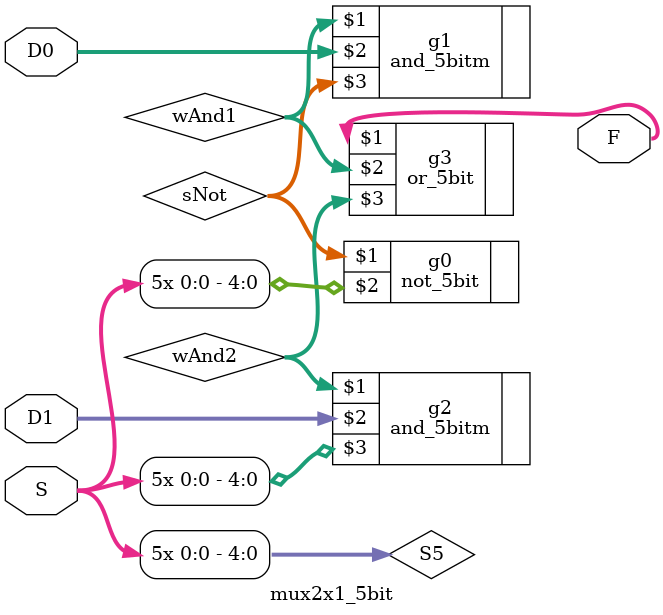
<source format=v>
module mux2x1_5bit (output [4:0] F, input [4:0] D0, input [4:0] D1, input S);
	wire [4:0] wAnd1;
	wire [4:0] wAnd2;
	wire [4:0] sNot;
	wire [4:0] S5;

	and and1(S5[0], 1'b1, S);
	and and2(S5[1], 1'b1, S);
	and and3(S5[2], 1'b1, S);
	and and4(S5[3], 1'b1, S);
	and and5(S5[4], 1'b1, S);
	
	not_5bit g0(sNot, S5);
	and_5bitm g1(wAnd1, D0, sNot);
	and_5bitm g2(wAnd2, D1, S5);
	or_5bit g3(F, wAnd1, wAnd2);
endmodule
</source>
